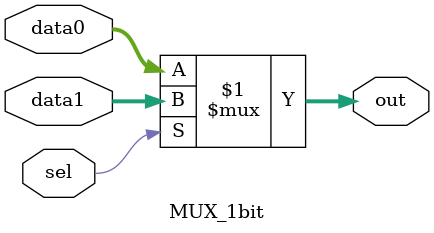
<source format=v>
module MUX_1bit(
    input sel,
    input [31:0] data0,
    input [31:0] data1,
    output [31:0] out
);
    assign out = (sel) ? data1 : data0;

endmodule // Mux 1 from 2

</source>
